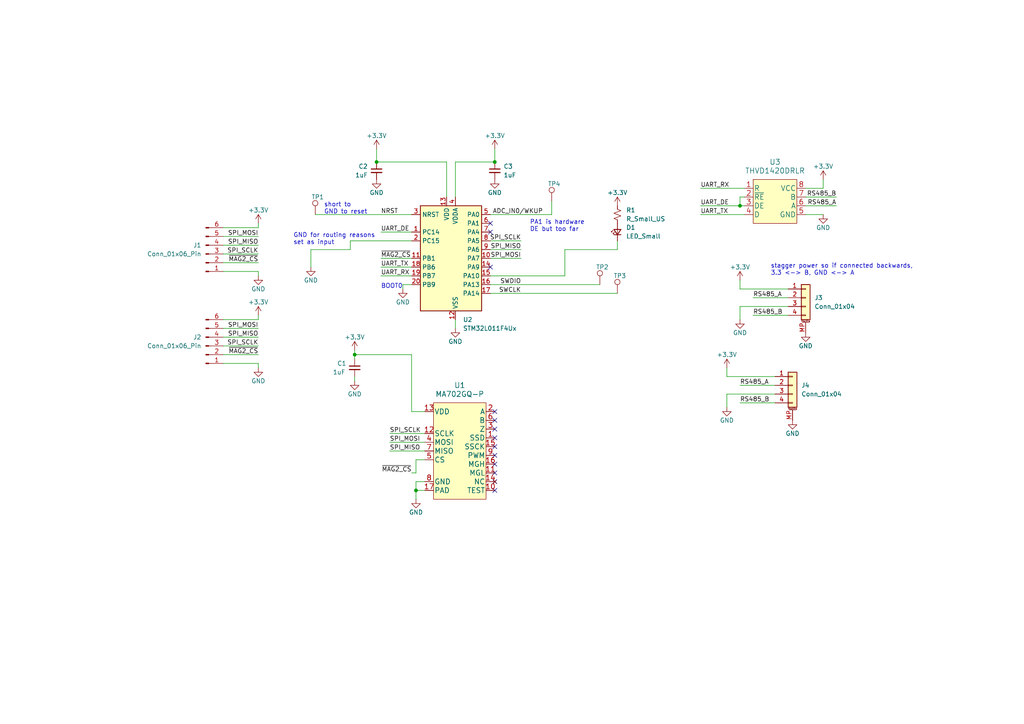
<source format=kicad_sch>
(kicad_sch (version 20230121) (generator eeschema)
  (paper "A4")
  (title_block (title "Ø12encoder: RS485 Mag Encoder") (date "2024-03-10") (rev "2") (company "Christopher Xu"))
  (lib_symbols
    (symbol "Connector:Conn_01x06_Pin" (pin_names (offset 1.016) hide)
      (property "Reference" "J" (at 0 7.62 0))
      (property "Value" "Conn_01x06_Pin" (at 0 -10.16 0))
      (symbol "Conn_01x06_Pin_1_1"
        (polyline (pts (xy 1.27 -7.62) (xy 0.8636 -7.62)) (stroke (width 0.1524)))
        (polyline (pts (xy 1.27 -5.08) (xy 0.8636 -5.08)) (stroke (width 0.1524)))
        (polyline (pts (xy 1.27 -2.54) (xy 0.8636 -2.54)) (stroke (width 0.1524)))
        (polyline (pts (xy 1.27 0) (xy 0.8636 0)) (stroke (width 0.1524)))
        (polyline (pts (xy 1.27 2.54) (xy 0.8636 2.54)) (stroke (width 0.1524)))
        (polyline (pts (xy 1.27 5.08) (xy 0.8636 5.08)) (stroke (width 0.1524)))
        (rectangle (start 0.8636 -7.493) (end 0 -7.747) (stroke (width 0.1524)) (fill (type outline)))
        (rectangle (start 0.8636 -4.953) (end 0 -5.207) (stroke (width 0.1524)) (fill (type outline)))
        (rectangle (start 0.8636 -2.413) (end 0 -2.667) (stroke (width 0.1524)) (fill (type outline)))
        (rectangle (start 0.8636 0.127) (end 0 -0.127) (stroke (width 0.1524)) (fill (type outline)))
        (rectangle (start 0.8636 2.667) (end 0 2.413) (stroke (width 0.1524)) (fill (type outline)))
        (rectangle (start 0.8636 5.207) (end 0 4.953) (stroke (width 0.1524)) (fill (type outline)))
        (pin passive line (at 5.08 5.08 180) (length 3.81) (name "Pin_1") (number "1"))
        (pin passive line (at 5.08 2.54 180) (length 3.81) (name "Pin_2") (number "2"))
        (pin passive line (at 5.08 0 180) (length 3.81) (name "Pin_3") (number "3"))
        (pin passive line (at 5.08 -2.54 180) (length 3.81) (name "Pin_4") (number "4"))
        (pin passive line (at 5.08 -5.08 180) (length 3.81) (name "Pin_5") (number "5"))
        (pin passive line (at 5.08 -7.62 180) (length 3.81) (name "Pin_6") (number "6"))
      )
    )
    (symbol "Connector:TestPoint" (pin_numbers hide) (pin_names (offset 0.762) hide)
      (property "Reference" "TP" (at 0 6.858 0))
      (property "Value" "TestPoint" (at 0 5.08 0))
      (symbol "TestPoint_0_1"
        (circle (center 0 3.302) (radius 0.762))
      )
      (symbol "TestPoint_1_1"
        (pin passive line (at 0 0 90) (length 2.54) (name "1") (number "1"))
      )
    )
    (symbol "Connector_Generic_MountingPin:Conn_01x04_MountingPin" (pin_names (offset 1.016) hide)
      (property "Reference" "J" (at 0 5.08 0))
      (property "Value" "Conn_01x04_MountingPin" (at 1.27 -7.62 0))
      (symbol "Conn_01x04_MountingPin_1_1"
        (rectangle (start -1.27 -4.953) (end 0 -5.207) (stroke (width 0.1524)))
        (rectangle (start -1.27 -2.413) (end 0 -2.667) (stroke (width 0.1524)))
        (rectangle (start -1.27 0.127) (end 0 -0.127) (stroke (width 0.1524)))
        (rectangle (start -1.27 2.667) (end 0 2.413) (stroke (width 0.1524)))
        (rectangle (start -1.27 3.81) (end 1.27 -6.35) (stroke (width 0.254)) (fill (type background)))
        (polyline (pts (xy -1.016 -7.112) (xy 1.016 -7.112)) (stroke (width 0.1524)))
        (text "Mounting" (at 0 -6.731 0) (effects (font (size 0.381 0.381))))
        (pin passive line (at -5.08 2.54 0) (length 3.81) (name "Pin_1") (number "1"))
        (pin passive line (at -5.08 0 0) (length 3.81) (name "Pin_2") (number "2"))
        (pin passive line (at -5.08 -2.54 0) (length 3.81) (name "Pin_3") (number "3"))
        (pin passive line (at -5.08 -5.08 0) (length 3.81) (name "Pin_4") (number "4"))
        (pin passive line (at 0 -10.16 90) (length 3.048) (name "MountPin") (number "MP"))
      )
    )
    (symbol "Device:C_Small" (pin_numbers hide) (pin_names (offset 0.254) hide)
      (property "Reference" "C" (at 0.254 1.778 0))
      (property "Value" "C_Small" (at 0.254 -2.032 0))
      (symbol "C_Small_0_1"
        (polyline (pts (xy -1.524 -0.508) (xy 1.524 -0.508)) (stroke (width 0.3302)))
        (polyline (pts (xy -1.524 0.508) (xy 1.524 0.508)) (stroke (width 0.3048)))
      )
      (symbol "C_Small_1_1"
        (pin passive line (at 0 2.54 270) (length 2.032) (name "~") (number "1"))
        (pin passive line (at 0 -2.54 90) (length 2.032) (name "~") (number "2"))
      )
    )
    (symbol "Device:LED_Small" (pin_numbers hide) (pin_names (offset 0.254) hide)
      (property "Reference" "D" (at -1.27 3.175 0))
      (property "Value" "LED_Small" (at -4.445 -2.54 0))
      (symbol "LED_Small_0_1"
        (polyline (pts (xy -0.762 -1.016) (xy -0.762 1.016)) (stroke (width 0.254)))
        (polyline (pts (xy 1.016 0) (xy -0.762 0)))
        (polyline (pts (xy 0.762 -1.016) (xy -0.762 0) (xy 0.762 1.016) (xy 0.762 -1.016)) (stroke (width 0.254)))
        (polyline (pts (xy 0 0.762) (xy -0.508 1.27) (xy -0.254 1.27) (xy -0.508 1.27) (xy -0.508 1.016)))
        (polyline (pts (xy 0.508 1.27) (xy 0 1.778) (xy 0.254 1.778) (xy 0 1.778) (xy 0 1.524)))
      )
      (symbol "LED_Small_1_1"
        (pin passive line (at -2.54 0 0) (length 1.778) (name "K") (number "1"))
        (pin passive line (at 2.54 0 180) (length 1.778) (name "A") (number "2"))
      )
    )
    (symbol "Device:R_Small_US" (pin_numbers hide) (pin_names (offset 0.254) hide)
      (property "Reference" "R" (at 0.762 0.508 0))
      (property "Value" "R_Small_US" (at 0.762 -1.016 0))
      (symbol "R_Small_US_1_1"
        (polyline (pts (xy 0 0) (xy 1.016 -0.381) (xy 0 -0.762) (xy -1.016 -1.143) (xy 0 -1.524)))
        (polyline (pts (xy 0 1.524) (xy 1.016 1.143) (xy 0 0.762) (xy -1.016 0.381) (xy 0 0)))
        (pin passive line (at 0 2.54 270) (length 1.016) (name "~") (number "1"))
        (pin passive line (at 0 -2.54 90) (length 1.016) (name "~") (number "2"))
      )
    )
    (symbol "MCU_ST_STM32L0:STM32L011F4Ux"
      (property "Reference" "U" (at -7.62 16.51 0))
      (property "Value" "STM32L011F4Ux" (at 5.08 16.51 0))
      (symbol "STM32L011F4Ux_0_1"
        (rectangle (start -7.62 -15.24) (end 10.16 15.24) (stroke (width 0.254)) (fill (type background)))
      )
      (symbol "STM32L011F4Ux_1_1"
        (pin bidirectional line (at -10.16 7.62 0) (length 2.54) (name "PC14") (number "1"))
        (pin bidirectional line (at 12.7 0 180) (length 2.54) (name "PA7") (number "10"))
        (pin bidirectional line (at -10.16 0 0) (length 2.54) (name "PB1") (number "11"))
        (pin power_in line (at 2.54 -17.78 90) (length 2.54) (name "VSS") (number "12"))
        (pin power_in line (at 0 17.78 270) (length 2.54) (name "VDD") (number "13"))
        (pin bidirectional line (at 12.7 -2.54 180) (length 2.54) (name "PA9") (number "14"))
        (pin bidirectional line (at 12.7 -5.08 180) (length 2.54) (name "PA10") (number "15"))
        (pin bidirectional line (at 12.7 -7.62 180) (length 2.54) (name "PA13") (number "16"))
        (pin bidirectional line (at 12.7 -10.16 180) (length 2.54) (name "PA14") (number "17"))
        (pin bidirectional line (at -10.16 -2.54 0) (length 2.54) (name "PB6") (number "18"))
        (pin bidirectional line (at -10.16 -5.08 0) (length 2.54) (name "PB7") (number "19"))
        (pin bidirectional line (at -10.16 5.08 0) (length 2.54) (name "PC15") (number "2"))
        (pin bidirectional line (at -10.16 -7.62 0) (length 2.54) (name "PB9") (number "20"))
        (pin input line (at -10.16 12.7 0) (length 2.54) (name "NRST") (number "3"))
        (pin power_in line (at 2.54 17.78 270) (length 2.54) (name "VDDA") (number "4"))
        (pin bidirectional line (at 12.7 12.7 180) (length 2.54) (name "PA0") (number "5"))
        (pin bidirectional line (at 12.7 10.16 180) (length 2.54) (name "PA1") (number "6"))
        (pin bidirectional line (at 12.7 7.62 180) (length 2.54) (name "PA4") (number "7"))
        (pin bidirectional line (at 12.7 5.08 180) (length 2.54) (name "PA5") (number "8"))
        (pin bidirectional line (at 12.7 2.54 180) (length 2.54) (name "PA6") (number "9"))
      )
    )
    (symbol "O12encoder:MA702GQ-P" (pin_names (offset 0.254))
      (property "Reference" "U" (at 0 22.86 0))
      (property "Value" "MA702GQ-P" (at 0 20.32 0))
      (symbol "MA702GQ-P_1_1"
        (rectangle (start -7.62 17.78) (end 7.62 -10.16) (fill (type background)))
        (pin output line (at 10.16 7.62 180) (length 2.54) (name "SSD") (number "1"))
        (pin input line (at 10.16 -7.62 180) (length 2.54) (name "TEST") (number "10"))
        (pin output line (at 10.16 -2.54 180) (length 2.54) (name "MGL") (number "11"))
        (pin input line (at -10.16 8.89 0) (length 2.54) (name "SCLK") (number "12"))
        (pin power_in line (at -10.16 15.24 0) (length 2.54) (name "VDD") (number "13"))
        (pin no_connect line (at 10.16 -5.08 180) (length 2.54) (name "NC") (number "14"))
        (pin input line (at 10.16 5.08 180) (length 2.54) (name "SSCK") (number "15"))
        (pin output line (at 10.16 0 180) (length 2.54) (name "MGH") (number "16"))
        (pin power_in line (at -10.16 -7.62 0) (length 2.54) (name "PAD") (number "17"))
        (pin output line (at 10.16 15.24 180) (length 2.54) (name "A") (number "2"))
        (pin output line (at 10.16 10.16 180) (length 2.54) (name "Z") (number "3"))
        (pin input line (at -10.16 6.35 0) (length 2.54) (name "MOSI") (number "4"))
        (pin input line (at -10.16 1.27 0) (length 2.54) (name "CS") (number "5"))
        (pin output line (at 10.16 12.7 180) (length 2.54) (name "B") (number "6"))
        (pin output line (at -10.16 3.81 0) (length 2.54) (name "MISO") (number "7"))
        (pin power_in line (at -10.16 -5.08 0) (length 2.54) (name "GND") (number "8"))
        (pin output line (at 10.16 2.54 180) (length 2.54) (name "PWM") (number "9"))
      )
    )
    (symbol "O12encoder:THVD1420DRLR" (pin_names (offset 0.254))
      (property "Reference" "U" (at 0 10.16 0))
      (property "Value" "THVD1420DRLR" (at -1.27 12.7 0))
      (symbol "THVD1420DRLR_1_1"
        (rectangle (start -6.35 6.35) (end 6.35 -6.35) (fill (type background)))
        (pin output line (at -8.89 3.81 0) (length 2.54) (name "R") (number "1"))
        (pin input line (at -8.89 1.27 0) (length 2.54) (name "~{RE}") (number "2"))
        (pin input line (at -8.89 -1.27 0) (length 2.54) (name "DE") (number "3"))
        (pin input line (at -8.89 -3.81 0) (length 2.54) (name "D") (number "4"))
        (pin power_in line (at 8.89 -3.81 180) (length 2.54) (name "GND") (number "5"))
        (pin bidirectional line (at 8.89 -1.27 180) (length 2.54) (name "A") (number "6"))
        (pin bidirectional line (at 8.89 1.27 180) (length 2.54) (name "B") (number "7"))
        (pin power_in line (at 8.89 3.81 180) (length 2.54) (name "VCC") (number "8"))
      )
    )
    (symbol "power:+3.3V" (power) (pin_names (offset 0))
      (property "Value" "+3.3V" (at 0 3.556 0))
      (symbol "+3.3V_0_1"
        (polyline (pts (xy -0.762 1.27) (xy 0 2.54)))
        (polyline (pts (xy 0 0) (xy 0 2.54)))
        (polyline (pts (xy 0 2.54) (xy 0.762 1.27)))
      )
      (symbol "+3.3V_1_1"
        (pin power_in line (at 0 0 90) (length 0) hide (name "+3.3V") (number "1"))
      )
    )
    (symbol "power:GND" (power) (pin_names (offset 0))
      (property "Value" "GND" (at 0 -3.81 0))
      (symbol "GND_0_1"
        (polyline (pts (xy 0 0) (xy 0 -1.27) (xy 1.27 -1.27) (xy 0 -2.54) (xy -1.27 -1.27) (xy 0 -1.27)))
      )
      (symbol "GND_1_1"
        (pin power_in line (at 0 0 270) (length 0) hide (name "GND") (number "1"))
      )
    )
  )
  (junction (at 120.65 142.24))
  (junction (at 109.22 46.99))
  (junction (at 143.51 46.99))
  (junction (at 102.87 102.87))
  (junction (at 214.63 59.69))
  (no_connect (at 143.51 134.62))
  (no_connect (at 143.51 129.54))
  (no_connect (at 143.51 139.7))
  (no_connect (at 143.51 121.92))
  (no_connect (at 143.51 137.16))
  (no_connect (at 142.24 77.47))
  (no_connect (at 142.24 64.77))
  (no_connect (at 143.51 127))
  (no_connect (at 143.51 132.08))
  (no_connect (at 142.24 67.31))
  (no_connect (at 143.51 142.24))
  (no_connect (at 143.51 124.46))
  (no_connect (at 143.51 119.38))
  (wire (pts (xy 109.22 43.18) (xy 109.22 46.99)))
  (wire (pts (xy 224.79 109.22) (xy 210.82 109.22)))
  (wire (pts (xy 74.93 105.41) (xy 64.77 105.41)))
  (wire (pts (xy 64.77 73.66) (xy 74.93 73.66)))
  (wire (pts (xy 64.77 97.79) (xy 74.93 97.79)))
  (wire (pts (xy 120.65 133.35) (xy 123.19 133.35)))
  (wire (pts (xy 74.93 106.68) (xy 74.93 105.41)))
  (wire (pts (xy 116.84 82.55) (xy 119.38 82.55)))
  (wire (pts (xy 218.44 91.44) (xy 228.6 91.44)))
  (wire (pts (xy 142.24 82.55) (xy 173.99 82.55)))
  (wire (pts (xy 142.24 85.09) (xy 179.07 85.09)))
  (wire (pts (xy 214.63 59.69) (xy 215.9 59.69)))
  (wire (pts (xy 132.08 46.99) (xy 132.08 57.15)))
  (wire (pts (xy 233.68 59.69) (xy 242.57 59.69)))
  (wire (pts (xy 203.2 54.61) (xy 215.9 54.61)))
  (wire (pts (xy 74.93 80.01) (xy 74.93 78.74)))
  (wire (pts (xy 102.87 104.14) (xy 102.87 102.87)))
  (wire (pts (xy 120.65 142.24) (xy 123.19 142.24)))
  (wire (pts (xy 142.24 72.39) (xy 151.13 72.39)))
  (wire (pts (xy 113.03 125.73) (xy 123.19 125.73)))
  (wire (pts (xy 101.6 72.39) (xy 101.6 69.85)))
  (wire (pts (xy 120.65 137.16) (xy 120.65 133.35)))
  (wire (pts (xy 120.65 142.24) (xy 120.65 139.7)))
  (wire (pts (xy 102.87 110.49) (xy 102.87 109.22)))
  (wire (pts (xy 64.77 71.12) (xy 74.93 71.12)))
  (wire (pts (xy 132.08 95.25) (xy 132.08 92.71)))
  (wire (pts (xy 203.2 59.69) (xy 214.63 59.69)))
  (wire (pts (xy 102.87 101.6) (xy 102.87 102.87)))
  (wire (pts (xy 215.9 57.15) (xy 214.63 57.15)))
  (wire (pts (xy 228.6 83.82) (xy 214.63 83.82)))
  (wire (pts (xy 110.49 67.31) (xy 119.38 67.31)))
  (wire (pts (xy 64.77 66.04) (xy 74.93 66.04)))
  (wire (pts (xy 210.82 109.22) (xy 210.82 106.68)))
  (wire (pts (xy 160.02 58.42) (xy 160.02 62.23)))
  (wire (pts (xy 90.17 72.39) (xy 90.17 77.47)))
  (wire (pts (xy 233.68 57.15) (xy 242.57 57.15)))
  (wire (pts (xy 214.63 57.15) (xy 214.63 59.69)))
  (wire (pts (xy 214.63 111.76) (xy 224.79 111.76)))
  (wire (pts (xy 101.6 69.85) (xy 119.38 69.85)))
  (wire (pts (xy 214.63 83.82) (xy 214.63 81.28)))
  (wire (pts (xy 110.49 74.93) (xy 119.38 74.93)))
  (wire (pts (xy 132.08 46.99) (xy 143.51 46.99)))
  (wire (pts (xy 110.49 77.47) (xy 119.38 77.47)))
  (wire (pts (xy 116.84 83.82) (xy 116.84 82.55)))
  (wire (pts (xy 238.76 54.61) (xy 233.68 54.61)))
  (wire (pts (xy 214.63 116.84) (xy 224.79 116.84)))
  (wire (pts (xy 143.51 46.99) (xy 143.51 43.18)))
  (wire (pts (xy 74.93 64.77) (xy 74.93 66.04)))
  (wire (pts (xy 64.77 76.2) (xy 74.93 76.2)))
  (wire (pts (xy 233.68 62.23) (xy 238.76 62.23)))
  (wire (pts (xy 142.24 62.23) (xy 160.02 62.23)))
  (wire (pts (xy 64.77 95.25) (xy 74.93 95.25)))
  (wire (pts (xy 109.22 46.99) (xy 129.54 46.99)))
  (wire (pts (xy 119.38 119.38) (xy 123.19 119.38)))
  (wire (pts (xy 203.2 62.23) (xy 215.9 62.23)))
  (wire (pts (xy 91.44 62.23) (xy 119.38 62.23)))
  (wire (pts (xy 120.65 139.7) (xy 123.19 139.7)))
  (wire (pts (xy 218.44 86.36) (xy 228.6 86.36)))
  (wire (pts (xy 214.63 88.9) (xy 228.6 88.9)))
  (wire (pts (xy 142.24 69.85) (xy 151.13 69.85)))
  (wire (pts (xy 113.03 128.27) (xy 123.19 128.27)))
  (wire (pts (xy 113.03 130.81) (xy 123.19 130.81)))
  (wire (pts (xy 64.77 92.71) (xy 74.93 92.71)))
  (wire (pts (xy 64.77 102.87) (xy 74.93 102.87)))
  (wire (pts (xy 163.83 72.39) (xy 163.83 80.01)))
  (wire (pts (xy 238.76 52.07) (xy 238.76 54.61)))
  (wire (pts (xy 120.65 144.78) (xy 120.65 142.24)))
  (wire (pts (xy 74.93 78.74) (xy 64.77 78.74)))
  (wire (pts (xy 74.93 91.44) (xy 74.93 92.71)))
  (wire (pts (xy 110.49 80.01) (xy 119.38 80.01)))
  (wire (pts (xy 210.82 118.11) (xy 210.82 114.3)))
  (wire (pts (xy 142.24 74.93) (xy 151.13 74.93)))
  (wire (pts (xy 129.54 46.99) (xy 129.54 57.15)))
  (wire (pts (xy 102.87 102.87) (xy 119.38 102.87)))
  (wire (pts (xy 179.07 72.39) (xy 179.07 69.85)))
  (wire (pts (xy 64.77 68.58) (xy 74.93 68.58)))
  (wire (pts (xy 210.82 114.3) (xy 224.79 114.3)))
  (wire (pts (xy 214.63 92.71) (xy 214.63 88.9)))
  (wire (pts (xy 101.6 72.39) (xy 90.17 72.39)))
  (wire (pts (xy 179.07 72.39) (xy 163.83 72.39)))
  (wire (pts (xy 163.83 80.01) (xy 142.24 80.01)))
  (wire (pts (xy 64.77 100.33) (xy 74.93 100.33)))
  (wire (pts (xy 119.38 137.16) (xy 120.65 137.16)))
  (wire (pts (xy 119.38 102.87) (xy 119.38 119.38)))
  (text "GND for routing reasons\nset as input" (at 85.09 71.12 0) (effects (font (size 1.27 1.27)) (justify left bottom)))
  (text "BOOT0" (at 110.49 83.82 0) (effects (font (size 1.27 1.27)) (justify left bottom)))
  (text "PA1 is hardware \nDE but too far" (at 153.67 67.31 0) (effects (font (size 1.27 1.27)) (justify left bottom)))
  (text "short to \nGND to reset" (at 93.98 62.23 0) (effects (font (size 1.27 1.27)) (justify left bottom)))
  (text "stagger power so if connected backwards,\n3.3 <-> B, GND <-> A \n" (at 223.52 80.01 0) (effects (font (size 1.27 1.27)) (justify left bottom)))
  (label "SPI_SCLK" (at 151.13 69.85 180))
  (label "SPI_MISO" (at 113.03 130.81 0))
  (label "SPI_SCLK" (at 74.93 73.66 180))
  (label "RS485_A" (at 214.63 111.76 0))
  (label "UART_TX" (at 110.49 77.47 0))
  (label "UART_RX" (at 203.2 54.61 0))
  (label "RS485_B" (at 218.44 91.44 0))
  (label "SWDIO" (at 151.13 82.55 180))
  (label "SPI_MOSI" (at 113.03 128.27 0))
  (label "UART_RX" (at 110.49 80.01 0))
  (label "UART_TX" (at 203.2 62.23 0))
  (label "RS485_A" (at 218.44 86.36 0))
  (label "~{MAG2_CS}" (at 74.93 102.87 180))
  (label "~{MAG2_CS}" (at 74.93 76.2 180))
  (label "~{MAG2_CS}" (at 119.38 137.16 180))
  (label "SPI_MOSI" (at 151.13 74.93 180))
  (label "SPI_SCLK" (at 113.03 125.73 0))
  (label "~{MAG2_CS}" (at 110.49 74.93 0))
  (label "SPI_MOSI" (at 74.93 95.25 180))
  (label "SPI_MISO" (at 74.93 97.79 180))
  (label "ADC_IN0{slash}WKUP" (at 157.48 62.23 180))
  (label "UART_DE" (at 110.49 67.31 0))
  (label "NRST" (at 110.49 62.23 0))
  (label "RS485_A" (at 242.57 59.69 180))
  (label "UART_DE" (at 203.2 59.69 0))
  (label "SPI_MOSI" (at 74.93 68.58 180))
  (label "SPI_MISO" (at 151.13 72.39 180))
  (label "SWCLK" (at 151.13 85.09 180))
  (label "RS485_B" (at 214.63 116.84 0))
  (label "RS485_B" (at 242.57 57.15 180))
  (label "SPI_MISO" (at 74.93 71.12 180))
  (label "SPI_SCLK" (at 74.93 100.33 180))
  (symbol (lib_id "power:GND") (at 109.22 52.07 0) (mirror y) (unit 1)
    (property "Reference" "#PWR012" (effects hide))
    (property "Value" "GND" (at 109.22 55.88 0))
  )
  (symbol (lib_id "Device:LED_Small") (at 179.07 67.31 90) (unit 1)
    (property "Reference" "D1" (at 181.61 65.9765 90) (effects (justify right)))
    (property "Value" "LED_Small" (at 181.61 68.5165 90) (effects (justify right)))
    (property "Footprint" "LED_SMD:LED_0603_1608Metric" (effects hide))
  )
  (symbol (lib_id "power:GND") (at 210.82 118.11 0) (unit 1)
    (property "Reference" "#PWR020" (effects hide))
    (property "Value" "GND" (at 210.82 121.92 0))
  )
  (symbol (lib_id "Connector:TestPoint") (at 160.02 58.42 0) (unit 1) (in_bom no)
    (property "Reference" "TP4" (at 162.56 53.34 0) (effects (justify right)))
    (property "Value" "TestPoint" (effects hide))
    (property "Footprint" "O12encoder:TestPoint_Pad_Rect" (effects hide))
  )
  (symbol (lib_id "Device:R_Small_US") (at 179.07 62.23 0) (unit 1)
    (property "Reference" "R1" (at 181.61 60.96 0) (effects (justify left)))
    (property "Value" "R_Small_US" (at 181.61 63.5 0) (effects (justify left)))
    (property "Footprint" "Resistor_SMD:R_0402_1005Metric" (effects hide))
  )
  (symbol (lib_id "power:+3.3V") (at 210.82 106.68 0) (unit 1)
    (property "Reference" "#PWR010" (effects hide))
    (property "Value" "+3.3V" (at 210.82 102.87 0))
  )
  (symbol (lib_id "power:GND") (at 238.76 62.23 0) (unit 1)
    (property "Reference" "#PWR016" (effects hide))
    (property "Value" "GND" (at 238.76 66.04 0))
  )
  (symbol (lib_id "power:GND") (at 116.84 83.82 0) (mirror y) (unit 1)
    (property "Reference" "#PWR019" (effects hide))
    (property "Value" "GND" (at 116.84 87.63 0))
  )
  (symbol (lib_id "power:+3.3V") (at 74.93 91.44 0) (mirror y) (unit 1)
    (property "Reference" "#PWR05" (effects hide))
    (property "Value" "+3.3V" (at 74.93 87.63 0))
  )
  (symbol (lib_id "Connector:Conn_01x06_Pin") (at 59.69 100.33 0) (mirror x) (unit 1)
    (property "Reference" "J2" (at 58.42 97.79 0) (effects (justify right)))
    (property "Value" "Conn_01x06_Pin" (at 58.42 100.33 0) (effects (justify right)))
    (property "Footprint" "O12encoder:FFC_0.5mm_6p" (effects hide))
  )
  (symbol (lib_id "power:+3.3V") (at 214.63 81.28 0) (unit 1)
    (property "Reference" "#PWR07" (effects hide))
    (property "Value" "+3.3V" (at 214.63 77.47 0))
  )
  (symbol (lib_id "power:GND") (at 90.17 77.47 0) (mirror y) (unit 1)
    (property "Reference" "#PWR022" (effects hide))
    (property "Value" "GND" (at 90.17 81.28 0))
  )
  (symbol (lib_id "Device:C_Small") (at 109.22 49.53 0) (mirror y) (unit 1)
    (property "Reference" "C2" (at 106.68 48.2663 0) (effects (justify left)))
    (property "Value" "1uF" (at 106.68 50.8063 0) (effects (justify left)))
    (property "Footprint" "Capacitor_SMD:C_0402_1005Metric" (effects hide))
    (property "MPN" "CL05A105KA5NQNC" (effects hide))
    (property "Vendor" "LCSC" (effects hide))
    (property "Vendor#" "C52923" (effects hide))
  )
  (symbol (lib_id "power:GND") (at 132.08 95.25 0) (mirror y) (unit 1)
    (property "Reference" "#PWR017" (effects hide))
    (property "Value" "GND" (at 132.08 99.06 0))
  )
  (symbol (lib_id "Connector:Conn_01x06_Pin") (at 59.69 73.66 0) (mirror x) (unit 1)
    (property "Reference" "J1" (at 58.42 71.12 0) (effects (justify right)))
    (property "Value" "Conn_01x06_Pin" (at 58.42 73.66 0) (effects (justify right)))
    (property "Footprint" "O12encoder:FFC_0.5mm_6p" (effects hide))
  )
  (symbol (lib_id "power:+3.3V") (at 179.07 59.69 0) (mirror y) (unit 1)
    (property "Reference" "#PWR023" (effects hide))
    (property "Value" "+3.3V" (at 179.07 55.88 0))
  )
  (symbol (lib_id "power:GND") (at 74.93 106.68 0) (mirror y) (unit 1)
    (property "Reference" "#PWR06" (effects hide))
    (property "Value" "GND" (at 74.93 110.49 0))
  )
  (symbol (lib_id "Connector:TestPoint") (at 179.07 85.09 0) (unit 1) (in_bom no)
    (property "Reference" "TP3" (at 181.61 80.01 0) (effects (justify right)))
    (property "Value" "TestPoint" (effects hide))
    (property "Footprint" "O12encoder:TestPoint_Pad_Rect" (effects hide))
  )
  (symbol (lib_id "MCU_ST_STM32L0:STM32L011F4Ux") (at 129.54 74.93 0) (unit 1)
    (property "Reference" "U2" (at 134.2741 92.71 0) (effects (justify left)))
    (property "Value" "STM32L011F4Ux" (at 134.2741 95.25 0) (effects (justify left)))
    (property "Footprint" "Package_DFN_QFN:ST_UFQFPN-20_3x3mm_P0.5mm" (effects hide))
    (property "Datasheet" "https://www.st.com/resource/en/datasheet/stm32l011f4.pdf" (effects hide))
    (property "MPN" "STM32L011F4U6TR" (effects hide))
    (property "Vendor" "LCSC" (effects hide))
    (property "Vendor#" "C329283" (effects hide))
  )
  (symbol (lib_id "power:GND") (at 143.51 52.07 0) (mirror y) (unit 1)
    (property "Reference" "#PWR014" (effects hide))
    (property "Value" "GND" (at 143.51 55.88 0))
  )
  (symbol (lib_id "power:GND") (at 102.87 110.49 0) (unit 1)
    (property "Reference" "#PWR02" (effects hide))
    (property "Value" "GND" (at 102.87 114.3 0))
  )
  (symbol (lib_id "power:GND") (at 120.65 144.78 0) (unit 1)
    (property "Reference" "#PWR018" (effects hide))
    (property "Value" "GND" (at 120.65 148.59 0))
  )
  (symbol (lib_id "Connector_Generic_MountingPin:Conn_01x04_MountingPin") (at 233.68 86.36 0) (unit 1)
    (property "Reference" "J3" (at 236.22 86.36 0) (effects (justify left)))
    (property "Value" "Conn_01x04" (at 236.22 88.9 0) (effects (justify left)))
    (property "Footprint" "O12encoder:TE_2328702-4" (effects hide))
  )
  (symbol (lib_id "Device:C_Small") (at 143.51 49.53 0) (unit 1)
    (property "Reference" "C3" (at 146.05 48.2663 0) (effects (justify left)))
    (property "Value" "1uF" (at 146.05 50.8063 0) (effects (justify left)))
    (property "Footprint" "Capacitor_SMD:C_0402_1005Metric" (effects hide))
    (property "MPN" "CL05A105KA5NQNC" (effects hide))
    (property "Vendor" "LCSC" (effects hide))
    (property "Vendor#" "C52923" (effects hide))
  )
  (symbol (lib_id "power:GND") (at 233.68 96.52 0) (unit 1)
    (property "Reference" "#PWR09" (effects hide))
    (property "Value" "GND" (at 233.68 100.33 0))
  )
  (symbol (lib_id "O12encoder:THVD1420DRLR") (at 224.79 58.42 0) (unit 1)
    (property "Reference" "U3" (at 224.79 46.99 0) (effects (font (size 1.524 1.524))))
    (property "Value" "THVD1420DRLR" (at 224.79 49.53 0) (effects (font (size 1.524 1.524))))
    (property "Footprint" "O12encoder:THVD1420DRLR_SOT-585" (effects hide))
    (property "Datasheet" "https://www.ti.com/lit/ds/symlink/thvd1400.pdf" (effects hide))
  )
  (symbol (lib_id "Connector_Generic_MountingPin:Conn_01x04_MountingPin") (at 229.87 111.76 0) (unit 1)
    (property "Reference" "J4" (at 232.41 111.76 0) (effects (justify left)))
    (property "Value" "Conn_01x04" (at 232.41 114.3 0) (effects (justify left)))
    (property "Footprint" "O12encoder:TE_2328702-4" (effects hide))
  )
  (symbol (lib_id "power:+3.3V") (at 238.76 52.07 0) (unit 1)
    (property "Reference" "#PWR015" (effects hide))
    (property "Value" "+3.3V" (at 238.76 48.26 0))
  )
  (symbol (lib_id "power:GND") (at 214.63 92.71 0) (unit 1)
    (property "Reference" "#PWR08" (effects hide))
    (property "Value" "GND" (at 214.63 96.52 0))
  )
  (symbol (lib_id "power:+3.3V") (at 109.22 43.18 0) (mirror y) (unit 1)
    (property "Reference" "#PWR011" (effects hide))
    (property "Value" "+3.3V" (at 109.22 39.37 0))
  )
  (symbol (lib_id "Device:C_Small") (at 102.87 106.68 0) (unit 1)
    (property "Reference" "C1" (at 97.79 105.41 0) (effects (justify left)))
    (property "Value" "1uF" (at 96.52 107.95 0) (effects (justify left)))
    (property "Footprint" "Capacitor_SMD:C_0402_1005Metric" (effects hide))
    (property "Vendor" "LCSC" (effects hide))
    (property "Vendor#" "C52923" (effects hide))
    (property "MPN" "CL05A105KA5NQNC" (effects hide))
  )
  (symbol (lib_id "power:+3.3V") (at 74.93 64.77 0) (mirror y) (unit 1)
    (property "Reference" "#PWR03" (effects hide))
    (property "Value" "+3.3V" (at 74.93 60.96 0))
  )
  (symbol (lib_id "Connector:TestPoint") (at 91.44 62.23 0) (unit 1) (in_bom no)
    (property "Reference" "TP1" (at 93.98 57.15 0) (effects (justify right)))
    (property "Value" "TestPoint" (effects hide))
    (property "Footprint" "O12encoder:TestPoint_Pad_Rect" (effects hide))
  )
  (symbol (lib_id "Connector:TestPoint") (at 173.99 82.55 0) (unit 1) (in_bom no)
    (property "Reference" "TP2" (at 176.53 77.47 0) (effects (justify right)))
    (property "Value" "TestPoint" (effects hide))
    (property "Footprint" "O12encoder:TestPoint_Pad_Rect" (effects hide))
  )
  (symbol (lib_id "power:+3.3V") (at 143.51 43.18 0) (mirror y) (unit 1)
    (property "Reference" "#PWR013" (effects hide))
    (property "Value" "+3.3V" (at 143.51 39.37 0))
  )
  (symbol (lib_id "power:GND") (at 74.93 80.01 0) (mirror y) (unit 1)
    (property "Reference" "#PWR04" (effects hide))
    (property "Value" "GND" (at 74.93 83.82 0))
  )
  (symbol (lib_id "power:+3.3V") (at 102.87 101.6 0) (unit 1)
    (property "Reference" "#PWR01" (effects hide))
    (property "Value" "+3.3V" (at 102.87 97.79 0))
  )
  (symbol (lib_id "power:GND") (at 229.87 121.92 0) (unit 1)
    (property "Reference" "#PWR021" (effects hide))
    (property "Value" "GND" (at 229.87 125.73 0))
  )
  (symbol (lib_id "O12encoder:MA702GQ-P") (at 133.35 134.62 0) (unit 1)
    (property "Reference" "U1" (at 133.35 111.76 0) (effects (font (size 1.524 1.524))))
    (property "Value" "MA702GQ-P" (at 133.35 114.3 0) (effects (font (size 1.524 1.524))))
    (property "Footprint" "O12encoder:MA702GQ-P" (effects hide))
    (property "Vendor" "MPS" (effects hide))
  )
)
</source>
